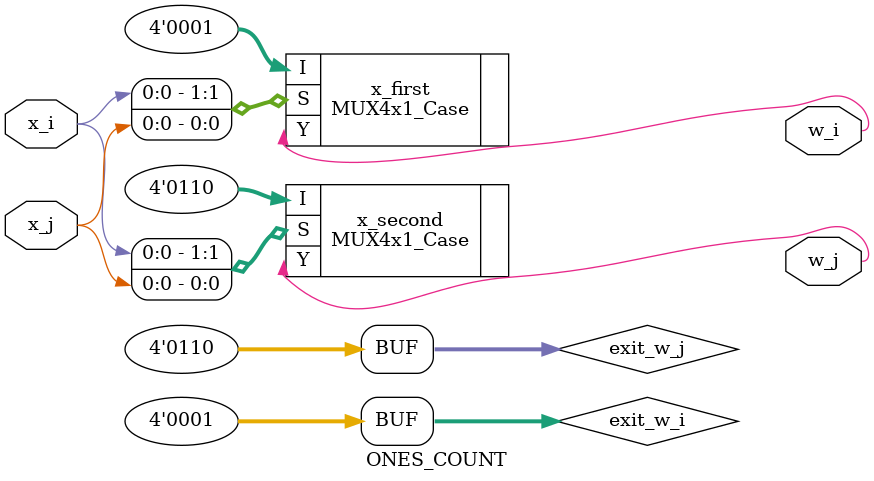
<source format=v>
/* Autor: Sergio Garino Vargas
 * Carné: B73157
 * Fecha de entrega: 9/12/2022
 */

/*
 * El módulo ONES_COUNT se implementa con el uso de un MUX4x1 el cual se
 * encarga de seleccionar y poner en la salida el número de 1s que haya
 * recibido el módulo. Como bien se sabe el MUX 4x1 tiene dos líneas de 
 * selección, en ellas es en las que se van a poner 2 de los bits de la
 * palabra de entrada y la selección será como se explica a continuación:
 * 00 -> opción 0 = 00
 * 01 -> opción 1 = 01
 * 10 -> opción 2 = 01
 * 11 -> opción 3 = 10
 */

`include "MUX4x1_Case.v"

module ONES_COUNT ( input x_i, x_j,
                    output w_i, w_j);

    reg [3:0] exit_w_i = 4'b0001;
    reg [3:0] exit_w_j = 4'b0110;

    MUX4x1_Case x_first  (.I(exit_w_i), .S({x_i, x_j}), .Y(w_i));
    MUX4x1_Case x_second (.I(exit_w_j), .S({x_i, x_j}), .Y(w_j));

endmodule

</source>
